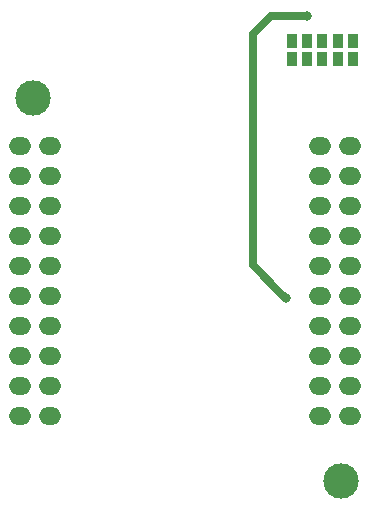
<source format=gbr>
G04 #@! TF.GenerationSoftware,KiCad,Pcbnew,5.1.5*
G04 #@! TF.CreationDate,2020-01-04T22:35:37-05:00*
G04 #@! TF.ProjectId,canairio_hw_pms,63616e61-6972-4696-9f5f-68775f706d73,rev?*
G04 #@! TF.SameCoordinates,PX4c1a6c0PY7ce98a0*
G04 #@! TF.FileFunction,Copper,L2,Bot*
G04 #@! TF.FilePolarity,Positive*
%FSLAX46Y46*%
G04 Gerber Fmt 4.6, Leading zero omitted, Abs format (unit mm)*
G04 Created by KiCad (PCBNEW 5.1.5) date 2020-01-04 22:35:37*
%MOMM*%
%LPD*%
G04 APERTURE LIST*
%ADD10C,3.000000*%
%ADD11O,1.879600X1.500000*%
%ADD12R,0.900000X1.200000*%
%ADD13C,0.800000*%
%ADD14C,0.700000*%
G04 APERTURE END LIST*
D10*
X6483800Y38193800D03*
X32601200Y5780100D03*
D11*
X30771600Y26497100D03*
X33311600Y21417100D03*
X30771600Y31577100D03*
X33311600Y18877100D03*
X33311600Y31577100D03*
X33311600Y29037100D03*
X33311600Y11257100D03*
X30771600Y13797100D03*
X30771600Y29037100D03*
X30771600Y11257100D03*
X30771600Y16337100D03*
X33311600Y13797100D03*
X33311600Y26497100D03*
X33311600Y16337100D03*
X33311600Y34117100D03*
X30771600Y18877100D03*
X30771600Y23957100D03*
X33311600Y23957100D03*
X30771600Y34117100D03*
X30771600Y21417100D03*
X7931600Y11257100D03*
X5391600Y11257100D03*
X7931600Y13797100D03*
X5391600Y13797100D03*
X7931600Y16337100D03*
X5391600Y16337100D03*
X7931600Y18877100D03*
X5391600Y18877100D03*
X7931600Y21417100D03*
X5391600Y21417100D03*
X7931600Y23957100D03*
X5391600Y23957100D03*
X7931600Y26497100D03*
X5391600Y26497100D03*
X7931600Y29037100D03*
X5391600Y29037100D03*
X7931600Y31577100D03*
X5391600Y31577100D03*
X7931600Y34117100D03*
X5391600Y34117100D03*
D12*
X28411000Y41535600D03*
X29711000Y41535600D03*
X31011000Y41535600D03*
X32311000Y41535600D03*
X33611000Y41535600D03*
X28411000Y43035600D03*
X29711000Y43035600D03*
X31011000Y43035600D03*
X32311000Y43035600D03*
X33611000Y43035600D03*
D13*
X29711000Y45128000D03*
X27896000Y21252000D03*
D14*
X25102000Y43604000D02*
X25102000Y24046000D01*
X25102000Y24046000D02*
X27496001Y21651999D01*
X26626000Y45128000D02*
X25102000Y43604000D01*
X27496001Y21651999D02*
X27896000Y21252000D01*
X29711000Y45128000D02*
X26626000Y45128000D01*
M02*

</source>
